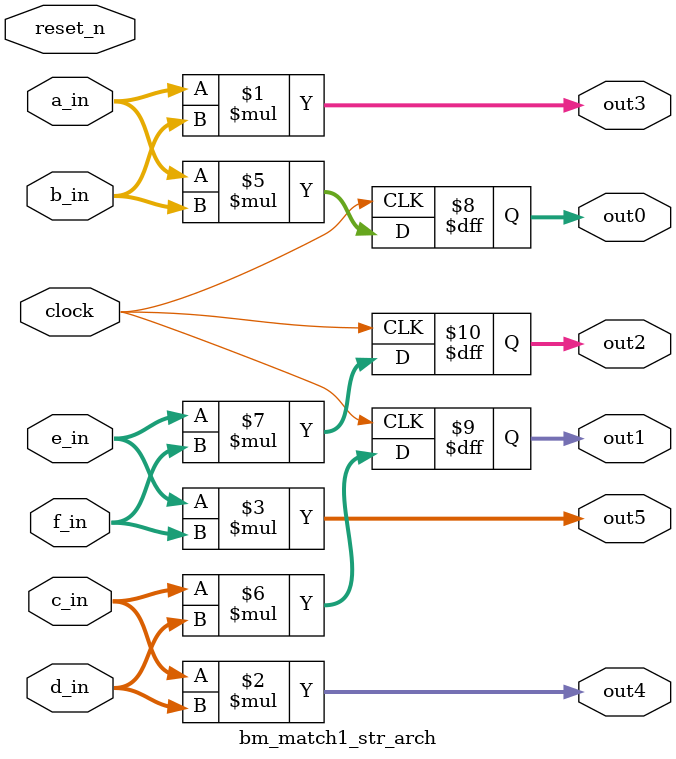
<source format=v>
`define BITS0 9         // Bit width of the operands
`define BITS1 8         // Bit width of the operands
`define BITS2 18         // Bit width of the operands
`define BITS3 36         // Bit width of the operands

module 	bm_match1_str_arch(clock, 
		reset_n, 
		a_in, 
		b_in,
		c_in, 
		d_in, 
		e_in, 
		f_in, 
		out0,
		out1,
		out2,
		out3,
		out4,
		out5,
);

// SIGNAL DECLARATIONS
input	clock;
input 	reset_n;

input [`BITS0-1:0] a_in;
input [`BITS0-1:0] b_in;
input [`BITS1-1:0] c_in;
input [`BITS1-1:0] d_in;
input [`BITS2-1:0] e_in;
input [`BITS3-1:0] f_in;

output [`BITS2-1:0] out0;
output [`BITS2-1:0] out1;
output [`BITS3-1:0] out2;
output [`BITS2-1:0] out3;
output [`BITS2-1:0] out4;
output [`BITS3-1:0] out5;

reg [`BITS2-1:0] out0;
reg [`BITS2-1:0] out1;
reg [`BITS3-1:0] out2;
wire [`BITS2-1:0] out3;
wire [`BITS2-1:0] out4;
wire [`BITS3-1:0] out5;

assign out3 = a_in * b_in;
assign out4 = c_in * d_in;
assign out5 = e_in * f_in;

always @(posedge clock)
begin
	out0 <= a_in * b_in;
	out1 <= c_in * d_in;
	out2 <= e_in * f_in;
end

endmodule

</source>
